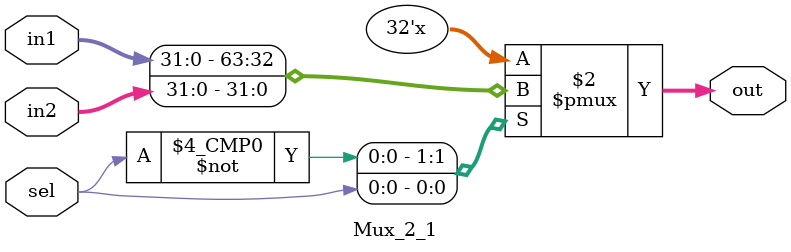
<source format=sv>
module Mux_2_1 (
    input [31:0] in1,
    input [31:0] in2,
    input sel,
    output logic [31:0] out
);

always_comb begin
    case (sel)
        1'b0:
            out = in1;
        1'b1:
            out = in2;
    endcase
end 

endmodule

</source>
